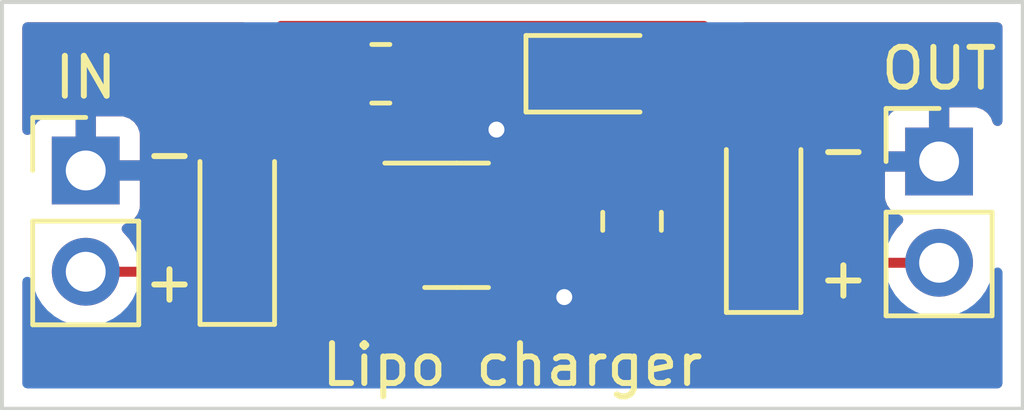
<source format=kicad_pcb>
(kicad_pcb (version 20211014) (generator pcbnew)
  (layers (0 "F.Cu" signal) (31 "B.Cu" signal) (34 "B.Paste" user) (35 "F.Paste" user) (36 "B.SilkS" user "B.Silkscreen") (37 "F.SilkS" user "F.Silkscreen") (38 "B.Mask" user) (39 "F.Mask" user) (44 "Edge.Cuts" user))
  (net 0 "")
  (net 1 "Net-(C1-Pad1)")
  (net 2 "GND")
  (net 3 "Net-(C2-Pad1)")
  (net 4 "Net-(D1-Pad1)")
  (net 5 "Net-(R1-Pad2)")
  (net 6 "Net-(R2-Pad1)")
  (footprint "Capacitor_Tantalum_SMD:CP_EIA-3216-18_Kemet-A_Pad1.58x1.35mm_HandSolder" (layer "F.Cu") (at 153.5 95.1 90)
    (fp_text reference "C2" hide)
    (fp_text value "4.7uF" hide)
    (fp_line (start 1.6 -0.935) (end -2.485 -0.935) (layer "F.SilkS") (width 0.12))
    (fp_line (start -2.485 -0.935) (end -2.485 0.935) (layer "F.SilkS") (width 0.12))
    (fp_line (start -2.485 0.935) (end 1.6 0.935) (layer "F.SilkS") (width 0.12))
    (pad "1" smd roundrect (at -1.4375 0 90) (size 1.575 1.35) (layers "F.Cu" "F.Paste" "F.Mask") (roundrect_rratio 0.1851851852) (net 3 "Net-(C2-Pad1)"))
    (pad "2" smd roundrect (at 1.4375 0 90) (size 1.575 1.35) (layers "F.Cu" "F.Paste" "F.Mask") (roundrect_rratio 0.1851851852) (net 2 "GND"))
  )
  (footprint "Package_TO_SOT_SMD:SOT-23-5" (layer "F.Cu") (at 145.8 95.4)
    (fp_text reference "U1" hide)
    (fp_text value "MCP73831-2-OT" hide)
    (fp_line (start 0 -1.56) (end 0.8 -1.56) (layer "F.SilkS") (width 0.12))
    (fp_line (start 0 1.56) (end 0.8 1.56) (layer "F.SilkS") (width 0.12))
    (fp_line (start 0 -1.56) (end -1.8 -1.56) (layer "F.SilkS") (width 0.12))
    (fp_line (start 0 1.56) (end -0.8 1.56) (layer "F.SilkS") (width 0.12))
    (pad "1" smd roundrect (at -1.1375 -0.95) (size 1.325 0.6) (layers "F.Cu" "F.Paste" "F.Mask") (net 6 "Net-(R2-Pad1)"))
    (pad "2" smd roundrect (at -1.1375 0) (size 1.325 0.6) (layers "F.Cu" "F.Paste" "F.Mask") (net 2 "GND"))
    (pad "3" smd roundrect (at -1.1375 0.95) (size 1.325 0.6) (layers "F.Cu" "F.Paste" "F.Mask") (net 3 "Net-(C2-Pad1)"))
    (pad "4" smd roundrect (at 1.1375 0.95) (size 1.325 0.6) (layers "F.Cu" "F.Paste" "F.Mask") (net 1 "Net-(C1-Pad1)"))
    (pad "5" smd roundrect (at 1.1375 -0.95) (size 1.325 0.6) (layers "F.Cu" "F.Paste" "F.Mask") (net 5 "Net-(R1-Pad2)"))
  )
  (footprint "LED_SMD:LED_0805_2012Metric_Pad1.15x1.40mm_HandSolder" (layer "F.Cu") (at 149.4 91.6)
    (fp_text reference "D1" hide)
    (fp_text value "LED" hide)
    (fp_line (start 1 -0.96) (end -1.86 -0.96) (layer "F.SilkS") (width 0.12))
    (fp_line (start -1.86 0.96) (end 1 0.96) (layer "F.SilkS") (width 0.12))
    (fp_line (start -1.86 -0.96) (end -1.86 0.96) (layer "F.SilkS") (width 0.12))
    (pad "1" smd roundrect (at -1.025 0) (size 1.15 1.4) (layers "F.Cu" "F.Paste" "F.Mask") (roundrect_rratio 0.2173913043) (net 4 "Net-(D1-Pad1)"))
    (pad "2" smd roundrect (at 1.025 0) (size 1.15 1.4) (layers "F.Cu" "F.Paste" "F.Mask") (roundrect_rratio 0.2173913043) (net 1 "Net-(C1-Pad1)"))
  )
  (footprint "Connector_PinHeader_2.54mm:PinHeader_1x02_P2.54mm_Vertical" (layer "F.Cu") (at 136.5 94.025)
    (fp_text reference "IN" (at 0 -2.33) (layer "F.SilkS"))
    (fp_text value "Conn_01x02_Male" hide)
    (fp_line (start -1.33 1.27) (end 1.33 1.27) (layer "F.SilkS") (width 0.12))
    (fp_line (start -1.33 1.27) (end -1.33 3.87) (layer "F.SilkS") (width 0.12))
    (fp_line (start -1.33 0) (end -1.33 -1.33) (layer "F.SilkS") (width 0.12))
    (fp_line (start -1.33 3.87) (end 1.33 3.87) (layer "F.SilkS") (width 0.12))
    (fp_line (start 1.33 1.27) (end 1.33 3.87) (layer "F.SilkS") (width 0.12))
    (fp_line (start -1.33 -1.33) (end 0 -1.33) (layer "F.SilkS") (width 0.12))
    (pad "1" thru_hole rect (at 0 0) (size 1.7 1.7) (drill 1) (layers *.Cu *.Mask) (net 2 "GND"))
    (pad "2" thru_hole oval (at 0 2.54) (size 1.7 1.7) (drill 1) (layers *.Cu *.Mask) (net 1 "Net-(C1-Pad1)"))
  )
  (footprint "Resistor_SMD:R_0805_2012Metric_Pad1.20x1.40mm_HandSolder" (layer "F.Cu") (at 143.9 91.6)
    (fp_text reference "R2" hide)
    (fp_text value "470" hide)
    (fp_line (start -0.227064 -0.735) (end 0.227064 -0.735) (layer "F.SilkS") (width 0.12))
    (fp_line (start -0.227064 0.735) (end 0.227064 0.735) (layer "F.SilkS") (width 0.12))
    (pad "1" smd roundrect (at -1 0) (size 1.2 1.4) (layers "F.Cu" "F.Paste" "F.Mask") (roundrect_rratio 0.2083333333) (net 6 "Net-(R2-Pad1)"))
    (pad "2" smd roundrect (at 1 0) (size 1.2 1.4) (layers "F.Cu" "F.Paste" "F.Mask") (roundrect_rratio 0.2083333333) (net 4 "Net-(D1-Pad1)"))
  )
  (footprint "Capacitor_Tantalum_SMD:CP_EIA-3216-18_Kemet-A_Pad1.58x1.35mm_HandSolder" (layer "F.Cu") (at 140.3 95.4 90)
    (fp_text reference "C1" hide)
    (fp_text value "4.7uF" hide)
    (fp_line (start 1.6 -0.935) (end -2.485 -0.935) (layer "F.SilkS") (width 0.12))
    (fp_line (start -2.485 -0.935) (end -2.485 0.935) (layer "F.SilkS") (width 0.12))
    (fp_line (start -2.485 0.935) (end 1.6 0.935) (layer "F.SilkS") (width 0.12))
    (pad "1" smd roundrect (at -1.4375 0 90) (size 1.575 1.35) (layers "F.Cu" "F.Paste" "F.Mask") (roundrect_rratio 0.1851851852) (net 1 "Net-(C1-Pad1)"))
    (pad "2" smd roundrect (at 1.4375 0 90) (size 1.575 1.35) (layers "F.Cu" "F.Paste" "F.Mask") (roundrect_rratio 0.1851851852) (net 2 "GND"))
  )
  (footprint "Resistor_SMD:R_0805_2012Metric_Pad1.20x1.40mm_HandSolder" (layer "F.Cu") (at 150.2 95.3 -90)
    (fp_text reference "R1" hide)
    (fp_text value "2K" hide)
    (fp_line (start -0.227064 -0.735) (end 0.227064 -0.735) (layer "F.SilkS") (width 0.12))
    (fp_line (start -0.227064 0.735) (end 0.227064 0.735) (layer "F.SilkS") (width 0.12))
    (pad "1" smd roundrect (at -1 0 270) (size 1.2 1.4) (layers "F.Cu" "F.Paste" "F.Mask") (roundrect_rratio 0.2083333333) (net 2 "GND"))
    (pad "2" smd roundrect (at 1 0 270) (size 1.2 1.4) (layers "F.Cu" "F.Paste" "F.Mask") (roundrect_rratio 0.2083333333) (net 5 "Net-(R1-Pad2)"))
  )
  (footprint "Connector_PinHeader_2.54mm:PinHeader_1x02_P2.54mm_Vertical" (layer "F.Cu") (at 157.9 93.8)
    (fp_text reference "OUT" (at 0 -2.33) (layer "F.SilkS"))
    (fp_text value "Conn_01x02_Male" hide)
    (fp_line (start -1.33 3.87) (end 1.33 3.87) (layer "F.SilkS") (width 0.12))
    (fp_line (start -1.33 1.27) (end 1.33 1.27) (layer "F.SilkS") (width 0.12))
    (fp_line (start 1.33 1.27) (end 1.33 3.87) (layer "F.SilkS") (width 0.12))
    (fp_line (start -1.33 1.27) (end -1.33 3.87) (layer "F.SilkS") (width 0.12))
    (fp_line (start -1.33 -1.33) (end 0 -1.33) (layer "F.SilkS") (width 0.12))
    (fp_line (start -1.33 0) (end -1.33 -1.33) (layer "F.SilkS") (width 0.12))
    (pad "1" thru_hole rect (at 0 0) (size 1.7 1.7) (drill 1) (layers *.Cu *.Mask) (net 2 "GND"))
    (pad "2" thru_hole oval (at 0 2.54) (size 1.7 1.7) (drill 1) (layers *.Cu *.Mask) (net 3 "Net-(C2-Pad1)"))
  )
  (gr_rect (start 134.4 89.8) (end 160 100) (layer "Edge.Cuts") (width 0.1) (fill none))
  (gr_text "-\n\n+" (at 138.6 95.2) (layer "F.SilkS") (effects (font (size 1 1))))
  (gr_text "-\n\n+" (at 155.5 95.1) (layer "F.SilkS") (effects (font (size 1 1))))
  (gr_text "Lipo charger" (at 147.2 98.9) (layer "F.SilkS") (effects (font (size 1 1))))
  (segment (start 140.3 96.8375) (end 140.8375 96.8375) (width 0.25) (layer "F.Cu") (net 1))
  (segment (start 151.7 92.6) (end 151.7 97.9) (width 0.25) (layer "F.Cu") (net 1))
  (segment (start 136.5 96.565) (end 140.0275 96.565) (width 0.25) (layer "F.Cu") (net 1))
  (segment (start 151.7 97.9) (end 151.3 98.3) (width 0.25) (layer "F.Cu") (net 1))
  (segment (start 140.8375 96.8375) (end 142.3 98.3) (width 0.25) (layer "F.Cu") (net 1))
  (segment (start 142.3 98.3) (end 145.8 98.3) (width 0.25) (layer "F.Cu") (net 1))
  (segment (start 150.425 91.6) (end 150.7 91.6) (width 0.25) (layer "F.Cu") (net 1))
  (segment (start 146.9375 97.1625) (end 146.9375 96.35) (width 0.25) (layer "F.Cu") (net 1))
  (segment (start 140.0275 96.565) (end 140.3 96.8375) (width 0.25) (layer "F.Cu") (net 1))
  (segment (start 150.7 91.6) (end 151.7 92.6) (width 0.25) (layer "F.Cu") (net 1))
  (segment (start 151.3 98.3) (end 145.8 98.3) (width 0.25) (layer "F.Cu") (net 1))
  (segment (start 145.8 98.3) (end 146.9375 97.1625) (width 0.25) (layer "F.Cu") (net 1))
  (via (at 146.8 93) (size 0.8) (drill 0.4) (layers "F.Cu" "B.Cu") (net 2))
  (via (at 148.5 97.2) (size 0.8) (drill 0.4) (layers "F.Cu" "B.Cu") (net 2))
  (segment (start 157.9 96.34) (end 153.6975 96.34) (width 0.25) (layer "F.Cu") (net 3))
  (segment (start 144.6625 96.35) (end 142.85 96.35) (width 0.25) (layer "F.Cu") (net 3))
  (segment (start 152.3 90.7) (end 152.3 95.6) (width 0.25) (layer "F.Cu") (net 3))
  (segment (start 141.2 90.6) (end 141.4 90.4) (width 0.25) (layer "F.Cu") (net 3))
  (segment (start 142.3 95.8) (end 142.3 93.5) (width 0.25) (layer "F.Cu") (net 3))
  (segment (start 141.4 90.4) (end 152 90.4) (width 0.25) (layer "F.Cu") (net 3))
  (segment (start 152 90.4) (end 152.3 90.7) (width 0.25) (layer "F.Cu") (net 3))
  (segment (start 152.3 95.6) (end 153.2375 96.5375) (width 0.25) (layer "F.Cu") (net 3))
  (segment (start 153.6975 96.34) (end 153.5 96.5375) (width 0.25) (layer "F.Cu") (net 3))
  (segment (start 142.85 96.35) (end 142.3 95.8) (width 0.25) (layer "F.Cu") (net 3))
  (segment (start 141.2 92.4) (end 141.2 90.6) (width 0.25) (layer "F.Cu") (net 3))
  (segment (start 153.2375 96.5375) (end 153.5 96.5375) (width 0.25) (layer "F.Cu") (net 3))
  (segment (start 142.3 93.5) (end 141.2 92.4) (width 0.25) (layer "F.Cu") (net 3))
  (segment (start 144.9 91.6) (end 148.375 91.6) (width 0.25) (layer "F.Cu") (net 4))
  (segment (start 149.9 96.3) (end 148.05 94.45) (width 0.25) (layer "F.Cu") (net 5))
  (segment (start 150.2 96.3) (end 149.9 96.3) (width 0.25) (layer "F.Cu") (net 5))
  (segment (start 148.05 94.45) (end 146.9375 94.45) (width 0.25) (layer "F.Cu") (net 5))
  (segment (start 142.9 91.6) (end 142.9 92.9) (width 0.25) (layer "F.Cu") (net 6))
  (segment (start 142.9 92.9) (end 144.45 94.45) (width 0.25) (layer "F.Cu") (net 6))
  (segment (start 144.45 94.45) (end 144.6625 94.45) (width 0.25) (layer "F.Cu") (net 6))
  (zone (net 2) (net_name "GND") (layers F&B.Cu) (connect_pads (clearance 0.508)) (min_thickness 0.254) (fill yes (thermal_gap 0.508) (thermal_bridge_width 0.508))
    (polygon (pts (xy 159.8 99.8) (xy 134.5 99.8) (xy 134.6 90) (xy 159.8 90)))
  )
)
</source>
